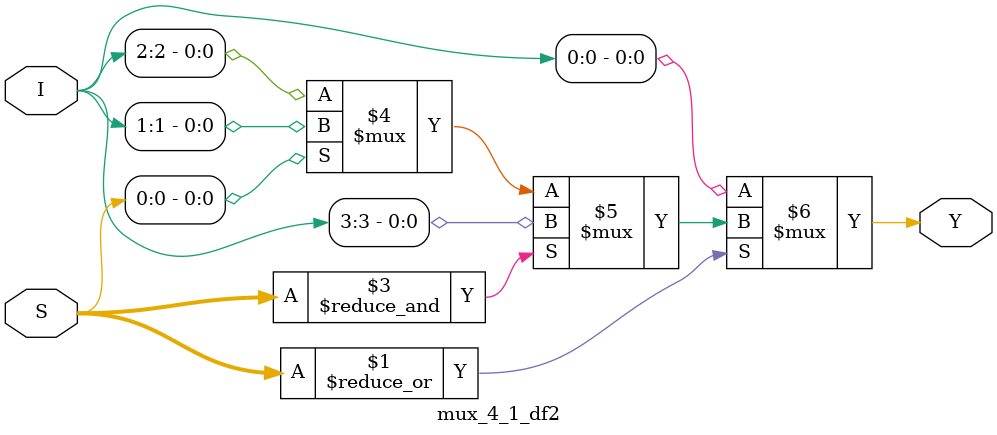
<source format=v>
/***********************************************************
File Name:	mux_4_1_df2.v
Author: 	Kevan Thompson
Date:		March 18, 2024
Description: A 4 to 1 mux 

***********************************************************/

module mux_4_1_df2(
	input [3:0] I,
    input [1:0] S,
	output  Y
);

//This is a confusing way to implement a mux
assign Y = ~|S?I[0]:(&S?I[3]:(S[0]?I[1]:I[2]));
    
endmodule
</source>
